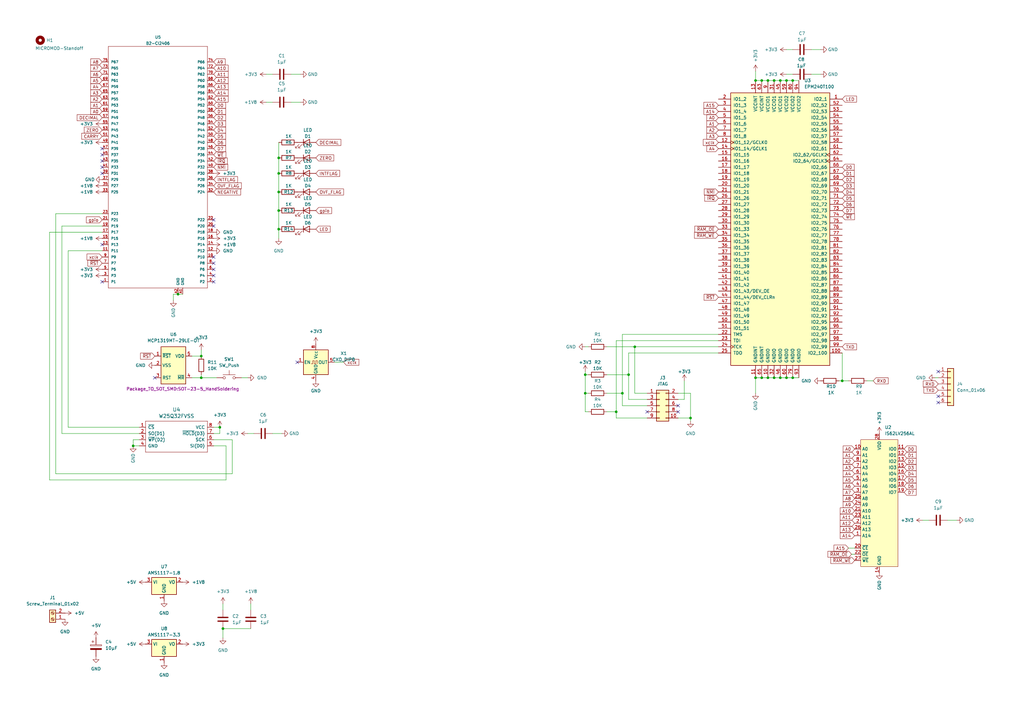
<source format=kicad_sch>
(kicad_sch (version 20231120) (generator "eeschema") (generator_version "8.0")
  (paper "A3")
  (junction (at 252.73 168.91))
  (junction (at 260.35 142.24))
  (junction (at 240.03 153.67))
  (junction (at 314.96 154.94))
  (junction (at 257.81 153.67))
  (junction (at 114.3 93.98))
  (junction (at 309.88 33.02))
  (junction (at 322.58 33.02))
  (junction (at 320.04 154.94))
  (junction (at 91.44 257.81))
  (junction (at 114.3 64.77))
  (junction (at 73.025 120.65))
  (junction (at 345.44 156.21))
  (junction (at 309.88 154.94))
  (junction (at 283.21 171.45))
  (junction (at 82.55 146.05))
  (junction (at 317.5 33.02))
  (junction (at 255.27 161.29))
  (junction (at 240.03 161.29))
  (junction (at 54.61 182.88))
  (junction (at 114.3 86.36))
  (junction (at 114.3 78.74))
  (junction (at 325.12 154.94))
  (junction (at 317.5 154.94))
  (junction (at 322.58 154.94))
  (junction (at 90.17 175.26))
  (junction (at 82.55 154.94))
  (junction (at 320.04 33.02))
  (junction (at 312.42 33.02))
  (junction (at 114.3 71.12))
  (junction (at 314.96 33.02))
  (junction (at 325.12 33.02))
  (junction (at 312.42 154.94))
  (no_connect (at 87.63 90.17))
  (no_connect (at 278.13 168.91))
  (no_connect (at 384.81 162.56))
  (no_connect (at 87.63 92.71))
  (no_connect (at 87.63 110.49))
  (no_connect (at 87.63 115.57))
  (no_connect (at 41.91 68.58))
  (no_connect (at 87.63 105.41))
  (no_connect (at 87.63 113.03))
  (no_connect (at 41.91 71.12))
  (no_connect (at 87.63 107.95))
  (no_connect (at 41.91 100.33))
  (no_connect (at 384.81 152.4))
  (no_connect (at 384.81 165.1))
  (no_connect (at 265.43 168.91))
  (no_connect (at 278.13 166.37))
  (no_connect (at 41.91 115.57))
  (no_connect (at 41.91 63.5))
  (no_connect (at 121.92 148.59))
  (no_connect (at 63.5 154.94))
  (no_connect (at 41.91 66.04))
  (no_connect (at 41.91 60.96))
  (wire (pts (xy 255.27 137.16) (xy 255.27 161.29)))
  (wire (pts (xy 91.44 247.65) (xy 91.44 250.19)))
  (wire (pts (xy 74.93 120.65) (xy 73.025 120.65)))
  (wire (pts (xy 260.35 161.29) (xy 265.43 161.29)))
  (wire (pts (xy 322.58 30.48) (xy 325.12 30.48)))
  (wire (pts (xy 257.81 144.78) (xy 257.81 153.67)))
  (wire (pts (xy 114.3 64.77) (xy 114.3 71.12)))
  (wire (pts (xy 114.3 78.74) (xy 114.3 86.36)))
  (wire (pts (xy 114.3 93.98) (xy 114.3 97.79)))
  (wire (pts (xy 240.03 153.67) (xy 241.3 153.67)))
  (wire (pts (xy 20.32 196.85) (xy 92.71 196.85)))
  (wire (pts (xy 54.61 182.88) (xy 57.15 182.88)))
  (wire (pts (xy 283.21 161.29) (xy 283.21 171.45)))
  (wire (pts (xy 294.64 139.7) (xy 252.73 139.7)))
  (wire (pts (xy 345.44 156.21) (xy 344.17 156.21)))
  (wire (pts (xy 345.44 144.78) (xy 345.44 156.21)))
  (wire (pts (xy 240.03 142.24) (xy 241.3 142.24)))
  (wire (pts (xy 109.22 30.48) (xy 111.76 30.48)))
  (wire (pts (xy 22.86 87.63) (xy 41.91 87.63)))
  (wire (pts (xy 347.98 224.79) (xy 350.52 224.79)))
  (wire (pts (xy 294.64 137.16) (xy 255.27 137.16)))
  (wire (pts (xy 27.94 102.87) (xy 41.91 102.87)))
  (wire (pts (xy 90.17 177.8) (xy 90.17 175.26)))
  (wire (pts (xy 114.3 58.42) (xy 114.3 64.77)))
  (wire (pts (xy 260.35 142.24) (xy 260.35 161.29)))
  (wire (pts (xy 294.64 144.78) (xy 257.81 144.78)))
  (wire (pts (xy 241.3 168.91) (xy 240.03 168.91)))
  (wire (pts (xy 119.38 41.91) (xy 123.19 41.91)))
  (wire (pts (xy 280.67 156.21) (xy 280.67 163.83)))
  (wire (pts (xy 248.92 168.91) (xy 252.73 168.91)))
  (wire (pts (xy 332.74 30.48) (xy 336.55 30.48)))
  (wire (pts (xy 99.06 154.94) (xy 101.6 154.94)))
  (wire (pts (xy 82.55 154.94) (xy 88.9 154.94)))
  (wire (pts (xy 87.63 180.34) (xy 95.25 180.34)))
  (wire (pts (xy 314.96 154.94) (xy 312.42 154.94)))
  (wire (pts (xy 312.42 154.94) (xy 309.88 154.94)))
  (wire (pts (xy 57.15 177.8) (xy 25.4 177.8)))
  (wire (pts (xy 25.4 177.8) (xy 25.4 92.71)))
  (wire (pts (xy 317.5 33.02) (xy 314.96 33.02)))
  (wire (pts (xy 71.12 120.65) (xy 71.12 123.19)))
  (wire (pts (xy 22.86 194.31) (xy 22.86 87.63)))
  (wire (pts (xy 57.15 180.34) (xy 54.61 180.34)))
  (wire (pts (xy 109.22 41.91) (xy 111.76 41.91)))
  (wire (pts (xy 280.67 163.83) (xy 278.13 163.83)))
  (wire (pts (xy 240.03 152.4) (xy 240.03 153.67)))
  (wire (pts (xy 82.55 154.94) (xy 78.74 154.94)))
  (wire (pts (xy 248.92 161.29) (xy 255.27 161.29)))
  (wire (pts (xy 314.96 33.02) (xy 312.42 33.02)))
  (wire (pts (xy 114.3 71.12) (xy 114.3 78.74)))
  (wire (pts (xy 240.03 161.29) (xy 240.03 153.67)))
  (wire (pts (xy 82.55 153.67) (xy 82.55 154.94)))
  (wire (pts (xy 137.16 148.59) (xy 140.97 148.59)))
  (wire (pts (xy 378.46 213.36) (xy 381 213.36)))
  (wire (pts (xy 278.13 161.29) (xy 283.21 161.29)))
  (wire (pts (xy 322.58 20.32) (xy 325.12 20.32)))
  (wire (pts (xy 322.58 33.02) (xy 320.04 33.02)))
  (wire (pts (xy 90.17 175.26) (xy 87.63 175.26)))
  (wire (pts (xy 255.27 161.29) (xy 255.27 166.37)))
  (wire (pts (xy 114.3 86.36) (xy 114.3 93.98)))
  (wire (pts (xy 111.76 177.8) (xy 115.57 177.8)))
  (wire (pts (xy 252.73 171.45) (xy 265.43 171.45)))
  (wire (pts (xy 95.25 194.31) (xy 22.86 194.31)))
  (wire (pts (xy 255.27 166.37) (xy 265.43 166.37)))
  (wire (pts (xy 92.71 196.85) (xy 92.71 182.88)))
  (wire (pts (xy 317.5 154.94) (xy 314.96 154.94)))
  (wire (pts (xy 73.025 120.65) (xy 71.12 120.65)))
  (wire (pts (xy 57.15 175.26) (xy 27.94 175.26)))
  (wire (pts (xy 241.3 161.29) (xy 240.03 161.29)))
  (wire (pts (xy 345.44 156.21) (xy 347.98 156.21)))
  (wire (pts (xy 92.71 182.88) (xy 87.63 182.88)))
  (wire (pts (xy 327.66 154.94) (xy 325.12 154.94)))
  (wire (pts (xy 283.21 171.45) (xy 278.13 171.45)))
  (wire (pts (xy 283.21 171.45) (xy 283.21 172.72)))
  (wire (pts (xy 25.4 92.71) (xy 41.91 92.71)))
  (wire (pts (xy 119.38 30.48) (xy 123.19 30.48)))
  (wire (pts (xy 102.87 257.81) (xy 91.44 257.81)))
  (wire (pts (xy 257.81 153.67) (xy 257.81 163.83)))
  (wire (pts (xy 325.12 33.02) (xy 322.58 33.02)))
  (wire (pts (xy 252.73 139.7) (xy 252.73 168.91)))
  (wire (pts (xy 27.94 175.26) (xy 27.94 102.87)))
  (wire (pts (xy 54.61 180.34) (xy 54.61 182.88)))
  (wire (pts (xy 41.91 95.25) (xy 20.32 95.25)))
  (wire (pts (xy 101.6 177.8) (xy 104.14 177.8)))
  (wire (pts (xy 320.04 33.02) (xy 317.5 33.02)))
  (wire (pts (xy 327.66 33.02) (xy 325.12 33.02)))
  (wire (pts (xy 350.52 227.33) (xy 349.25 227.33)))
  (wire (pts (xy 248.92 153.67) (xy 257.81 153.67)))
  (wire (pts (xy 388.62 213.36) (xy 392.43 213.36)))
  (wire (pts (xy 383.54 154.94) (xy 384.81 154.94)))
  (wire (pts (xy 248.92 142.24) (xy 260.35 142.24)))
  (wire (pts (xy 87.63 177.8) (xy 90.17 177.8)))
  (wire (pts (xy 320.04 154.94) (xy 317.5 154.94)))
  (wire (pts (xy 82.55 143.51) (xy 82.55 146.05)))
  (wire (pts (xy 240.03 168.91) (xy 240.03 161.29)))
  (wire (pts (xy 322.58 154.94) (xy 320.04 154.94)))
  (wire (pts (xy 332.74 20.32) (xy 336.55 20.32)))
  (wire (pts (xy 252.73 168.91) (xy 252.73 171.45)))
  (wire (pts (xy 309.88 33.02) (xy 309.88 29.21)))
  (wire (pts (xy 20.32 95.25) (xy 20.32 196.85)))
  (wire (pts (xy 355.6 156.21) (xy 358.14 156.21)))
  (wire (pts (xy 294.64 142.24) (xy 260.35 142.24)))
  (wire (pts (xy 95.25 180.34) (xy 95.25 194.31)))
  (wire (pts (xy 325.12 154.94) (xy 322.58 154.94)))
  (wire (pts (xy 257.81 163.83) (xy 265.43 163.83)))
  (wire (pts (xy 309.88 154.94) (xy 309.88 161.29)))
  (wire (pts (xy 312.42 33.02) (xy 309.88 33.02)))
  (wire (pts (xy 102.87 247.65) (xy 102.87 250.19)))
  (wire (pts (xy 91.44 257.81) (xy 91.44 261.62)))
  (wire (pts (xy 82.55 146.05) (xy 78.74 146.05)))
  (global_label "A9" (shape input) (at 350.52 207.01 180) (property "Intersheetrefs" "${INTERSHEET_REFS}" (effects (hide yes))))
  (global_label "A3" (shape input) (at 41.91 38.1 180) (property "Intersheetrefs" "${INTERSHEET_REFS}" (effects (hide yes))))
  (global_label "A10" (shape input) (at 87.63 27.94 0) (property "Intersheetrefs" "${INTERSHEET_REFS}" (effects (hide yes))))
  (global_label "~{RAM_OE}" (shape input) (at 349.25 227.33 180) (property "Intersheetrefs" "${INTERSHEET_REFS}" (effects (hide yes))))
  (global_label "DECIMAL" (shape input) (at 129.54 58.42 0) (property "Intersheetrefs" "${INTERSHEET_REFS}" (effects (hide yes))))
  (global_label "xclk" (shape input) (at 140.97 148.59 0) (property "Intersheetrefs" "${INTERSHEET_REFS}" (effects (hide yes))))
  (global_label "xclk" (shape input) (at 41.91 105.41 180) (property "Intersheetrefs" "${INTERSHEET_REFS}" (effects (hide yes))))
  (global_label "A8" (shape input) (at 41.91 25.4 180) (property "Intersheetrefs" "${INTERSHEET_REFS}" (effects (hide yes))))
  (global_label "A14" (shape input) (at 294.64 45.72 180) (property "Intersheetrefs" "${INTERSHEET_REFS}" (effects (hide yes))))
  (global_label "D1" (shape input) (at 345.44 71.12 0) (property "Intersheetrefs" "${INTERSHEET_REFS}" (effects (hide yes))))
  (global_label "~{WE}" (shape input) (at 87.63 63.5 0) (property "Intersheetrefs" "${INTERSHEET_REFS}" (effects (hide yes))))
  (global_label "TXD" (shape input) (at 345.44 142.24 0) (property "Intersheetrefs" "${INTERSHEET_REFS}" (effects (hide yes))))
  (global_label "~{NMI}" (shape input) (at 294.64 78.74 180) (property "Intersheetrefs" "${INTERSHEET_REFS}" (effects (hide yes))))
  (global_label "~{RAM_WE}" (shape input) (at 294.64 96.52 180) (property "Intersheetrefs" "${INTERSHEET_REFS}" (effects (hide yes))))
  (global_label "D2" (shape input) (at 370.84 189.23 0) (property "Intersheetrefs" "${INTERSHEET_REFS}" (effects (hide yes))))
  (global_label "D7" (shape input) (at 370.84 201.93 0) (property "Intersheetrefs" "${INTERSHEET_REFS}" (effects (hide yes))))
  (global_label "D0" (shape input) (at 345.44 68.58 0) (property "Intersheetrefs" "${INTERSHEET_REFS}" (effects (hide yes))))
  (global_label "A12" (shape input) (at 87.63 33.02 0) (property "Intersheetrefs" "${INTERSHEET_REFS}" (effects (hide yes))))
  (global_label "D3" (shape input) (at 345.44 76.2 0) (property "Intersheetrefs" "${INTERSHEET_REFS}" (effects (hide yes))))
  (global_label "INTFLAG" (shape input) (at 129.54 71.12 0) (property "Intersheetrefs" "${INTERSHEET_REFS}" (effects (hide yes))))
  (global_label "A15" (shape input) (at 294.64 43.18 180) (property "Intersheetrefs" "${INTERSHEET_REFS}" (effects (hide yes))))
  (global_label "A5" (shape input) (at 350.52 196.85 180) (property "Intersheetrefs" "${INTERSHEET_REFS}" (effects (hide yes))))
  (global_label "gpio" (shape input) (at 41.91 90.17 180) (property "Intersheetrefs" "${INTERSHEET_REFS}" (effects (hide yes))))
  (global_label "D7" (shape input) (at 87.63 60.96 0) (property "Intersheetrefs" "${INTERSHEET_REFS}" (effects (hide yes))))
  (global_label "A2" (shape input) (at 294.64 53.34 180) (property "Intersheetrefs" "${INTERSHEET_REFS}" (effects (hide yes))))
  (global_label "D5" (shape input) (at 87.63 55.88 0) (property "Intersheetrefs" "${INTERSHEET_REFS}" (effects (hide yes))))
  (global_label "DECIMAL" (shape input) (at 41.91 48.26 180) (property "Intersheetrefs" "${INTERSHEET_REFS}" (effects (hide yes))))
  (global_label "A4" (shape input) (at 350.52 194.31 180) (property "Intersheetrefs" "${INTERSHEET_REFS}" (effects (hide yes))))
  (global_label "A2" (shape input) (at 41.91 40.64 180) (property "Intersheetrefs" "${INTERSHEET_REFS}" (effects (hide yes))))
  (global_label "INTFLAG" (shape input) (at 87.63 73.66 0) (property "Intersheetrefs" "${INTERSHEET_REFS}" (effects (hide yes))))
  (global_label "A1" (shape input) (at 41.91 43.18 180) (property "Intersheetrefs" "${INTERSHEET_REFS}" (effects (hide yes))))
  (global_label "D0" (shape input) (at 370.84 184.15 0) (property "Intersheetrefs" "${INTERSHEET_REFS}" (effects (hide yes))))
  (global_label "ZERO" (shape input) (at 41.91 53.34 180) (property "Intersheetrefs" "${INTERSHEET_REFS}" (effects (hide yes))))
  (global_label "D0" (shape input) (at 87.63 43.18 0) (property "Intersheetrefs" "${INTERSHEET_REFS}" (effects (hide yes))))
  (global_label "~{IRQ}" (shape input) (at 87.63 66.04 0) (property "Intersheetrefs" "${INTERSHEET_REFS}" (effects (hide yes))))
  (global_label "A3" (shape input) (at 294.64 55.88 180) (property "Intersheetrefs" "${INTERSHEET_REFS}" (effects (hide yes))))
  (global_label "TXD" (shape input) (at 384.81 160.02 180) (property "Intersheetrefs" "${INTERSHEET_REFS}" (effects (hide yes))))
  (global_label "A6" (shape input) (at 41.91 30.48 180) (property "Intersheetrefs" "${INTERSHEET_REFS}" (effects (hide yes))))
  (global_label "ZERO" (shape input) (at 129.54 64.77 0) (property "Intersheetrefs" "${INTERSHEET_REFS}" (effects (hide yes))))
  (global_label "OVF_FLAG" (shape input) (at 129.54 78.74 0) (property "Intersheetrefs" "${INTERSHEET_REFS}" (effects (hide yes))))
  (global_label "A3" (shape input) (at 350.52 191.77 180) (property "Intersheetrefs" "${INTERSHEET_REFS}" (effects (hide yes))))
  (global_label "D2" (shape input) (at 87.63 48.26 0) (property "Intersheetrefs" "${INTERSHEET_REFS}" (effects (hide yes))))
  (global_label "A6" (shape input) (at 350.52 199.39 180) (property "Intersheetrefs" "${INTERSHEET_REFS}" (effects (hide yes))))
  (global_label "gpio" (shape input) (at 129.54 86.36 0) (property "Intersheetrefs" "${INTERSHEET_REFS}" (effects (hide yes))))
  (global_label "A0" (shape input) (at 41.91 45.72 180) (property "Intersheetrefs" "${INTERSHEET_REFS}" (effects (hide yes))))
  (global_label "NEGATIVE" (shape input) (at 87.63 78.74 0) (property "Intersheetrefs" "${INTERSHEET_REFS}" (effects (hide yes))))
  (global_label "~{RST}" (shape input) (at 41.91 107.95 180) (property "Intersheetrefs" "${INTERSHEET_REFS}" (effects (hide yes))))
  (global_label "A7" (shape input) (at 41.91 27.94 180) (property "Intersheetrefs" "${INTERSHEET_REFS}" (effects (hide yes))))
  (global_label "LED" (shape input) (at 345.44 40.64 0) (property "Intersheetrefs" "${INTERSHEET_REFS}" (effects (hide yes))))
  (global_label "A15" (shape input) (at 87.63 40.64 0) (property "Intersheetrefs" "${INTERSHEET_REFS}" (effects (hide yes))))
  (global_label "LED" (shape input) (at 129.54 93.98 0) (property "Intersheetrefs" "${INTERSHEET_REFS}" (effects (hide yes))))
  (global_label "A14" (shape input) (at 87.63 38.1 0) (property "Intersheetrefs" "${INTERSHEET_REFS}" (effects (hide yes))))
  (global_label "A11" (shape input) (at 350.52 212.09 180) (property "Intersheetrefs" "${INTERSHEET_REFS}" (effects (hide yes))))
  (global_label "A2" (shape input) (at 350.52 189.23 180) (property "Intersheetrefs" "${INTERSHEET_REFS}" (effects (hide yes))))
  (global_label "~{RST}" (shape input) (at 294.64 121.92 180) (property "Intersheetrefs" "${INTERSHEET_REFS}" (effects (hide yes))))
  (global_label "A1" (shape input) (at 294.64 50.8 180) (property "Intersheetrefs" "${INTERSHEET_REFS}" (effects (hide yes))))
  (global_label "A7" (shape input) (at 350.52 201.93 180) (property "Intersheetrefs" "${INTERSHEET_REFS}" (effects (hide yes))))
  (global_label "A15" (shape input) (at 347.98 224.79 180) (property "Intersheetrefs" "${INTERSHEET_REFS}" (effects (hide yes))))
  (global_label "A10" (shape input) (at 350.52 209.55 180) (property "Intersheetrefs" "${INTERSHEET_REFS}" (effects (hide yes))))
  (global_label "A13" (shape input) (at 350.52 217.17 180) (property "Intersheetrefs" "${INTERSHEET_REFS}" (effects (hide yes))))
  (global_label "A14" (shape input) (at 350.52 219.71 180) (property "Intersheetrefs" "${INTERSHEET_REFS}" (effects (hide yes))))
  (global_label "~{IRQ}" (shape input) (at 294.64 81.28 180) (property "Intersheetrefs" "${INTERSHEET_REFS}" (effects (hide yes))))
  (global_label "~{RAM_WE}" (shape input) (at 350.52 229.87 180) (property "Intersheetrefs" "${INTERSHEET_REFS}" (effects (hide yes))))
  (global_label "D6" (shape input) (at 345.44 83.82 0) (property "Intersheetrefs" "${INTERSHEET_REFS}" (effects (hide yes))))
  (global_label "~{NMI}" (shape input) (at 87.63 68.58 0) (property "Intersheetrefs" "${INTERSHEET_REFS}" (effects (hide yes))))
  (global_label "D4" (shape input) (at 345.44 78.74 0) (property "Intersheetrefs" "${INTERSHEET_REFS}" (effects (hide yes))))
  (global_label "D5" (shape input) (at 345.44 81.28 0) (property "Intersheetrefs" "${INTERSHEET_REFS}" (effects (hide yes))))
  (global_label "A0" (shape input) (at 294.64 48.26 180) (property "Intersheetrefs" "${INTERSHEET_REFS}" (effects (hide yes))))
  (global_label "A13" (shape input) (at 87.63 35.56 0) (property "Intersheetrefs" "${INTERSHEET_REFS}" (effects (hide yes))))
  (global_label "A11" (shape input) (at 87.63 30.48 0) (property "Intersheetrefs" "${INTERSHEET_REFS}" (effects (hide yes))))
  (global_label "D5" (shape input) (at 370.84 196.85 0) (property "Intersheetrefs" "${INTERSHEET_REFS}" (effects (hide yes))))
  (global_label "D4" (shape input) (at 87.63 53.34 0) (property "Intersheetrefs" "${INTERSHEET_REFS}" (effects (hide yes))))
  (global_label "A9" (shape input) (at 87.63 25.4 0) (property "Intersheetrefs" "${INTERSHEET_REFS}" (effects (hide yes))))
  (global_label "A4" (shape input) (at 41.91 35.56 180) (property "Intersheetrefs" "${INTERSHEET_REFS}" (effects (hide yes))))
  (global_label "A0" (shape input) (at 350.52 184.15 180) (property "Intersheetrefs" "${INTERSHEET_REFS}" (effects (hide yes))))
  (global_label "A4" (shape input) (at 294.64 60.96 180) (property "Intersheetrefs" "${INTERSHEET_REFS}" (effects (hide yes))))
  (global_label "CARRY" (shape input) (at 41.91 55.88 180) (property "Intersheetrefs" "${INTERSHEET_REFS}" (effects (hide yes))))
  (global_label "D3" (shape input) (at 87.63 50.8 0) (property "Intersheetrefs" "${INTERSHEET_REFS}" (effects (hide yes))))
  (global_label "D1" (shape input) (at 87.63 45.72 0) (property "Intersheetrefs" "${INTERSHEET_REFS}" (effects (hide yes))))
  (global_label "RXD" (shape input) (at 384.81 157.48 180) (property "Intersheetrefs" "${INTERSHEET_REFS}" (effects (hide yes))))
  (global_label "D1" (shape input) (at 370.84 186.69 0) (property "Intersheetrefs" "${INTERSHEET_REFS}" (effects (hide yes))))
  (global_label "RXD" (shape input) (at 358.14 156.21 0) (property "Intersheetrefs" "${INTERSHEET_REFS}" (effects (hide yes))))
  (global_label "A1" (shape input) (at 350.52 186.69 180) (property "Intersheetrefs" "${INTERSHEET_REFS}" (effects (hide yes))))
  (global_label "~{WE}" (shape input) (at 345.44 88.9 0) (property "Intersheetrefs" "${INTERSHEET_REFS}" (effects (hide yes))))
  (global_label "OVF_FLAG" (shape input) (at 87.63 76.2 0) (property "Intersheetrefs" "${INTERSHEET_REFS}" (effects (hide yes))))
  (global_label "A8" (shape input) (at 350.52 204.47 180) (property "Intersheetrefs" "${INTERSHEET_REFS}" (effects (hide yes))))
  (global_label "D6" (shape input) (at 370.84 199.39 0) (property "Intersheetrefs" "${INTERSHEET_REFS}" (effects (hide yes))))
  (global_label "A12" (shape input) (at 350.52 214.63 180) (property "Intersheetrefs" "${INTERSHEET_REFS}" (effects (hide yes))))
  (global_label "D6" (shape input) (at 87.63 58.42 0) (property "Intersheetrefs" "${INTERSHEET_REFS}" (effects (hide yes))))
  (global_label "xclk" (shape input) (at 294.64 58.42 180) (property "Intersheetrefs" "${INTERSHEET_REFS}" (effects (hide yes))))
  (global_label "D3" (shape input) (at 370.84 191.77 0) (property "Intersheetrefs" "${INTERSHEET_REFS}" (effects (hide yes))))
  (global_label "D7" (shape input) (at 345.44 86.36 0) (property "Intersheetrefs" "${INTERSHEET_REFS}" (effects (hide yes))))
  (global_label "D2" (shape input) (at 345.44 73.66 0) (property "Intersheetrefs" "${INTERSHEET_REFS}" (effects (hide yes))))
  (global_label "~{RST}" (shape input) (at 63.5 146.05 180) (property "Intersheetrefs" "${INTERSHEET_REFS}" (effects (hide yes))))
  (global_label "A5" (shape input) (at 41.91 33.02 180) (property "Intersheetrefs" "${INTERSHEET_REFS}" (effects (hide yes))))
  (global_label "D4" (shape input) (at 370.84 194.31 0) (property "Intersheetrefs" "${INTERSHEET_REFS}" (effects (hide yes))))
  (global_label "~{RAM_OE}" (shape input) (at 294.64 93.98 180) (property "Intersheetrefs" "${INTERSHEET_REFS}" (effects (hide yes))))
  (symbol (lib_id "Device:R") (at 118.11 86.36 270) (unit 1)
    (property "Reference" "R13" (at 118.364 86.36 90))
    (property "Value" "1K" (at 118.364 83.82 90))
    (property "Footprint" "Resistor_SMD:R_1206_3216Metric_Pad1.30x1.75mm_HandSolder" (effects (hide yes)))
  )
  (symbol (lib_id "power:GND") (at 91.44 261.62 0) (unit 1)
    (property "Reference" "#PWR042" (effects (hide yes)))
    (property "Value" "GND" (at 91.44 266.7 0))
    (property "Description" "Power symbol creates a global label with name \"GND\" , ground" (effects (hide yes)))
  )
  (symbol (lib_id "Connector:Screw_Terminal_01x02") (at 21.59 254 180) (unit 1)
    (property "Reference" "J1" (at 21.59 245.11 0))
    (property "Value" "Screw_Terminal_01x02" (at 21.59 247.65 0))
    (property "Footprint" "TerminalBlock:TerminalBlock_bornier-2_P5.08mm" (effects (hide yes)))
    (property "Description" "Generic screw terminal, single row, 01x02, script generated (kicad-library-utils/schlib/autogen/connector/)" (effects (hide yes)))
  )
  (symbol (lib_id "power:GND") (at 54.61 182.88 0) (unit 1)
    (property "Reference" "#PWR024" (effects (hide yes)))
    (property "Value" "GND" (at 54.61 187.96 90))
    (property "Sim.Device" "V" (effects (hide yes)))
    (property "Sim.Type" "DC" (effects (hide yes)))
    (property "Sim.Pins" "1=+" (effects (hide yes)))
    (property "Sim.Params" "dc=0" (effects (hide yes)))
  )
  (symbol (lib_id "power:GND") (at 115.57 177.8 90) (unit 1)
    (property "Reference" "#PWR050" (effects (hide yes)))
    (property "Value" "GND" (at 120.65 177.8 90))
    (property "Sim.Device" "V" (effects (hide yes)))
    (property "Sim.Type" "DC" (effects (hide yes)))
    (property "Sim.Pins" "1=+" (effects (hide yes)))
    (property "Sim.Params" "dc=0" (effects (hide yes)))
  )
  (symbol (lib_id "power:GND") (at 87.63 95.25 90) (unit 1)
    (property "Reference" "#PWR08" (effects (hide yes)))
    (property "Value" "GND" (at 91.44 95.2499 90) (effects (justify right)))
    (property "Description" "Power symbol creates a global label with name \"GND\" , ground" (effects (hide yes)))
  )
  (symbol (lib_id "Caravel_board:W25Q32FVSS") (at 72.39 177.8 0) (unit 1)
    (property "Reference" "U4" (at 72.39 167.9956 0) (effects (font (size 1.4986 1.4986))))
    (property "Value" "W25Q32FVSS" (at 72.39 170.6626 0) (effects (font (size 1.4986 1.4986))))
    (property "Footprint" "Package_DIP:DIP-8_W7.62mm" (effects (hide yes)))
    (property "Part #" "W25Q32JVSSIQ" (effects (hide yes)))
  )
  (symbol (lib_id "power:+3V3") (at 280.67 156.21 0) (unit 1)
    (property "Reference" "#PWR020" (effects (hide yes)))
    (property "Value" "+3V3" (at 280.67 152.4 0))
  )
  (symbol (lib_id "Connector_Generic:Conn_02x05_Odd_Even") (at 270.51 166.37 0) (unit 1)
    (property "Reference" "J3" (at 271.78 154.94 0))
    (property "Value" "JTAG" (at 271.78 157.48 0))
    (property "Footprint" "Connector_PinHeader_2.54mm:PinHeader_2x05_P2.54mm_Vertical" (effects (hide yes)))
  )
  (symbol (lib_id "power:GND") (at 114.3 97.79 0) (unit 1)
    (property "Reference" "#PWR028" (effects (hide yes)))
    (property "Value" "GND" (at 114.3 102.87 0))
    (property "Sim.Device" "V" (effects (hide yes)))
    (property "Sim.Type" "DC" (effects (hide yes)))
    (property "Sim.Pins" "1=+" (effects (hide yes)))
    (property "Sim.Params" "dc=0" (effects (hide yes)))
  )
  (symbol (lib_id "power:+3V3") (at 360.68 177.8 0) (unit 1)
    (property "Reference" "#PWR014" (effects (hide yes)))
    (property "Value" "+3V3" (at 360.68 171.45 90))
    (property "Sim.Device" "V" (effects (hide yes)))
    (property "Sim.Type" "DC" (effects (hide yes)))
    (property "Sim.Pins" "1=+" (effects (hide yes)))
    (property "Sim.Params" "dc=3.3" (effects (hide yes)))
  )
  (symbol (lib_id "power:GND") (at 63.5 149.86 270) (unit 1)
    (property "Reference" "#PWR032" (effects (hide yes)))
    (property "Value" "GND" (at 59.69 149.8599 90) (effects (justify right)))
    (property "Description" "Power symbol creates a global label with name \"GND\" , ground" (effects (hide yes)))
  )
  (symbol (lib_id "Device:R") (at 82.55 149.86 180) (unit 1)
    (property "Reference" "R11" (at 85.09 148.59 0) (effects (justify right)))
    (property "Value" "10K" (at 85.09 151.13 0) (effects (justify right)))
    (property "Footprint" "Resistor_SMD:R_1206_3216Metric_Pad1.30x1.75mm_HandSolder" (effects (hide yes)))
  )
  (symbol (lib_id "power:GND") (at 67.31 246.38 0) (unit 1)
    (property "Reference" "#PWR037" (effects (hide yes)))
    (property "Value" "GND" (at 67.31 251.46 0))
    (property "Description" "Power symbol creates a global label with name \"GND\" , ground" (effects (hide yes)))
  )
  (symbol (lib_id "power:+3V3") (at 91.44 247.65 0) (unit 1)
    (property "Reference" "#PWR044" (effects (hide yes)))
    (property "Value" "+3V3" (at 91.44 242.57 0))
    (property "Description" "Power symbol creates a global label with name \"+3V3\"" (effects (hide yes)))
  )
  (symbol (lib_id "power:+1V8") (at 87.63 100.33 270) (unit 1)
    (property "Reference" "#PWR010" (effects (hide yes)))
    (property "Value" "+1V8" (at 91.44 100.3299 90) (effects (justify left)))
    (property "Description" "Power symbol creates a global label with name \"+1V8\"" (effects (hide yes)))
  )
  (symbol (lib_id "power:+3V3") (at 41.91 50.8 90) (unit 1)
    (property "Reference" "#PWR051" (effects (hide yes)))
    (property "Value" "+3V3" (at 38.1 50.7999 90) (effects (justify left)))
    (property "Description" "Power symbol creates a global label with name \"+3V3\"" (effects (hide yes)))
  )
  (symbol (lib_id "power:GND") (at 392.43 213.36 90) (unit 1)
    (property "Reference" "#PWR060" (effects (hide yes)))
    (property "Value" "GND" (at 397.51 213.36 90))
    (property "Sim.Device" "V" (effects (hide yes)))
    (property "Sim.Type" "DC" (effects (hide yes)))
    (property "Sim.Pins" "1=+" (effects (hide yes)))
    (property "Sim.Params" "dc=0" (effects (hide yes)))
  )
  (symbol (lib_id "Device:R") (at 245.11 153.67 270) (unit 1)
    (property "Reference" "R2" (at 245.11 148.59 90))
    (property "Value" "10K" (at 245.11 151.13 90))
    (property "Footprint" "Resistor_SMD:R_1206_3216Metric_Pad1.30x1.75mm_HandSolder" (effects (hide yes)))
  )
  (symbol (lib_id "Device:R") (at 118.11 93.98 270) (unit 1)
    (property "Reference" "R14" (at 118.364 93.98 90))
    (property "Value" "1K" (at 118.364 91.44 90))
    (property "Footprint" "Resistor_SMD:R_1206_3216Metric_Pad1.30x1.75mm_HandSolder" (effects (hide yes)))
  )
  (symbol (lib_id "power:GND") (at 129.54 156.21 0) (unit 1)
    (property "Reference" "#PWR054" (effects (hide yes)))
    (property "Value" "GND" (at 129.54 160.274 0))
    (property "Description" "Power symbol creates a global label with name \"GND\" , ground" (effects (hide yes)))
  )
  (symbol (lib_id "Device:R") (at 118.11 71.12 270) (unit 1)
    (property "Reference" "R8" (at 118.364 71.12 90))
    (property "Value" "1K" (at 118.364 68.58 90))
    (property "Footprint" "Resistor_SMD:R_1206_3216Metric_Pad1.30x1.75mm_HandSolder" (effects (hide yes)))
  )
  (symbol (lib_id "power:+5V") (at 26.67 251.46 270) (unit 1)
    (property "Reference" "#PWR040" (effects (hide yes)))
    (property "Value" "+5V" (at 30.48 251.4599 90) (effects (justify left)))
    (property "Description" "Power symbol creates a global label with name \"+5V\"" (effects (hide yes)))
  )
  (symbol (lib_id "Device:R") (at 118.11 58.42 270) (unit 1)
    (property "Reference" "R6" (at 118.364 58.42 90))
    (property "Value" "1K" (at 118.364 55.88 90))
    (property "Footprint" "Resistor_SMD:R_1206_3216Metric_Pad1.30x1.75mm_HandSolder" (effects (hide yes)))
  )
  (symbol (lib_id "MicroMod-Sparkfun:MICROMOD-Standoff") (at 16.51 16.51 0) (unit 1)
    (property "Reference" "H1" (at 19.05 16.51 0) (effects (justify left)))
    (property "Value" "MICROMOD-Standoff" (at 14.478 19.812 0) (effects (justify left)))
    (property "Footprint" "MicroMod-Sparkfun:MicroMod-Standoff" (effects (hide yes)))
  )
  (symbol (lib_id "power:+1V8") (at 41.91 78.74 90) (unit 1)
    (property "Reference" "#PWR07" (effects (hide yes)))
    (property "Value" "+1V8" (at 38.1 78.7399 90) (effects (justify left)))
    (property "Description" "Power symbol creates a global label with name \"+1V8\"" (effects (hide yes)))
  )
  (symbol (lib_id "MicroMod-Sparkfun:M.2-CONNECTOR-E") (at 64.77 72.39 0) (unit 1)
    (property "Reference" "U5" (at 64.77 15.24 0) (effects (font (size 1.143 1.143))))
    (property "Value" "B2-CI2406" (at 64.77 17.78 0) (effects (font (size 1.143 1.143))))
    (property "Footprint" "MicroMod-Sparkfun:M.2-CONNECTOR-E" (effects (hide yes)))
    (property "Datasheet" "https://avalonsemiconductors.github.io/CI2406/as1802.html" (effects (hide yes)))
  )
  (symbol (lib_id "Device:C") (at 107.95 177.8 90) (unit 1)
    (property "Reference" "C6" (at 107.95 170.18 90))
    (property "Value" "1µF" (at 107.95 172.72 90))
    (property "Footprint" "Capacitor_SMD:C_0805_2012Metric_Pad1.18x1.45mm_HandSolder" (effects (hide yes)))
  )
  (symbol (lib_id "Device:LED") (at 125.73 71.12 0) (unit 1)
    (property "Reference" "D3" (at 126.238 68.58 0))
    (property "Value" "LED" (at 126.238 66.04 0))
    (property "Footprint" "LED_SMD:LED_1206_3216Metric_Pad1.42x1.75mm_HandSolder" (effects (hide yes)))
  )
  (symbol (lib_id "power:+3V3") (at 82.55 143.51 0) (unit 1)
    (property "Reference" "#PWR033" (effects (hide yes)))
    (property "Value" "+3V3" (at 82.55 138.43 0))
    (property "Description" "Power symbol creates a global label with name \"+3V3\"" (effects (hide yes)))
  )
  (symbol (lib_id "power:GND") (at 41.91 73.66 270) (unit 1)
    (property "Reference" "#PWR04" (effects (hide yes)))
    (property "Value" "GND" (at 36.83 73.66 90))
    (property "Sim.Device" "V" (effects (hide yes)))
    (property "Sim.Type" "DC" (effects (hide yes)))
    (property "Sim.Pins" "1=+" (effects (hide yes)))
    (property "Sim.Params" "dc=0" (effects (hide yes)))
  )
  (symbol (lib_id "power:+5V") (at 39.37 261.62 0) (unit 1)
    (property "Reference" "#PWR045" (effects (hide yes)))
    (property "Value" "+5V" (at 39.37 256.54 0))
    (property "Description" "Power symbol creates a global label with name \"+5V\"" (effects (hide yes)))
  )
  (symbol (lib_id "power:+1V8") (at 74.93 238.76 270) (unit 1)
    (property "Reference" "#PWR036" (effects (hide yes)))
    (property "Value" "+1V8" (at 78.74 238.7599 90) (effects (justify left)))
    (property "Description" "Power symbol creates a global label with name \"+1V8\"" (effects (hide yes)))
  )
  (symbol (lib_id "power:+1V8") (at 102.87 247.65 0) (unit 1)
    (property "Reference" "#PWR043" (effects (hide yes)))
    (property "Value" "+1V8" (at 102.87 242.57 0))
    (property "Description" "Power symbol creates a global label with name \"+1V8\"" (effects (hide yes)))
  )
  (symbol (lib_id "power:GND") (at 383.54 154.94 270) (unit 1)
    (property "Reference" "#PWR029" (effects (hide yes)))
    (property "Value" "GND" (at 379.73 154.94 90) (effects (justify right)))
  )
  (symbol (lib_id "Device:C") (at 115.57 30.48 90) (unit 1)
    (property "Reference" "C1" (at 115.57 22.86 90))
    (property "Value" "1µF" (at 115.57 25.4 90))
    (property "Footprint" "Capacitor_SMD:C_0805_2012Metric_Pad1.18x1.45mm_HandSolder" (effects (hide yes)))
  )
  (symbol (lib_id "power:GND") (at 336.55 30.48 90) (unit 1)
    (property "Reference" "#PWR058" (effects (hide yes)))
    (property "Value" "GND" (at 341.63 30.48 90))
    (property "Sim.Device" "V" (effects (hide yes)))
    (property "Sim.Type" "DC" (effects (hide yes)))
    (property "Sim.Pins" "1=+" (effects (hide yes)))
    (property "Sim.Params" "dc=0" (effects (hide yes)))
  )
  (symbol (lib_id "power:+3V3") (at 109.22 30.48 90) (unit 1)
    (property "Reference" "#PWR026" (effects (hide yes)))
    (property "Value" "+3V3" (at 102.87 30.48 90))
    (property "Sim.Device" "V" (effects (hide yes)))
    (property "Sim.Type" "DC" (effects (hide yes)))
    (property "Sim.Pins" "1=+" (effects (hide yes)))
    (property "Sim.Params" "dc=3.3" (effects (hide yes)))
  )
  (symbol (lib_id "Device:R") (at 351.79 156.21 270) (unit 1)
    (property "Reference" "R9" (at 352.298 158.496 90))
    (property "Value" "1K" (at 352.298 161.036 90))
    (property "Footprint" "Resistor_SMD:R_1206_3216Metric_Pad1.30x1.75mm_HandSolder" (effects (hide yes)))
  )
  (symbol (lib_id "power:+1V8") (at 41.91 97.79 90) (unit 1)
    (property "Reference" "#PWR01" (effects (hide yes)))
    (property "Value" "+1V8" (at 38.1 97.7899 90) (effects (justify left)))
    (property "Description" "Power symbol creates a global label with name \"+1V8\"" (effects (hide yes)))
  )
  (symbol (lib_id "power:+1V8") (at 41.91 76.2 90) (unit 1)
    (property "Reference" "#PWR06" (effects (hide yes)))
    (property "Value" "+1V8" (at 38.1 76.1999 90) (effects (justify left)))
    (property "Description" "Power symbol creates a global label with name \"+1V8\"" (effects (hide yes)))
  )
  (symbol (lib_id "Device:LED") (at 125.73 58.42 0) (unit 1)
    (property "Reference" "D1" (at 126.238 55.88 0))
    (property "Value" "LED" (at 126.238 53.34 0))
    (property "Footprint" "LED_SMD:LED_1206_3216Metric_Pad1.42x1.75mm_HandSolder" (effects (hide yes)))
  )
  (symbol (lib_id "power:GND") (at 283.21 172.72 0) (unit 1)
    (property "Reference" "#PWR021" (effects (hide yes)))
    (property "Value" "GND" (at 283.21 177.8 0))
  )
  (symbol (lib_id "caravel:MCP1319MT-29LE-OT") (at 71.12 149.86 0) (unit 1)
    (property "Reference" "U6" (at 71.12 137.16 0))
    (property "Value" "MCP1319MT-29LE-OT" (at 71.12 139.7 0))
    (property "Footprint" "Package_TO_SOT_SMD:SOT-23-5_HandSoldering" (at 74.93 159.512 0))
    (property "Datasheet" "https://ww1.microchip.com/downloads/en/DeviceDoc/MCP131X-2X-Voltage-Supervisor-DS20001985E.pdf" (effects (hide yes)))
  )
  (symbol (lib_id "Connector_Generic:Conn_01x06") (at 389.89 157.48 0) (unit 1)
    (property "Reference" "J4" (at 392.43 157.48 0) (effects (justify left)))
    (property "Value" "Conn_01x06" (at 392.43 160.02 0) (effects (justify left)))
    (property "Footprint" "Connector_PinSocket_2.54mm:PinSocket_1x06_P2.54mm_Vertical" (effects (hide yes)))
  )
  (symbol (lib_id "Device:LED") (at 125.73 78.74 0) (unit 1)
    (property "Reference" "D4" (at 126.238 76.2 0))
    (property "Value" "LED" (at 126.238 73.66 0))
    (property "Footprint" "LED_SMD:LED_1206_3216Metric_Pad1.42x1.75mm_HandSolder" (effects (hide yes)))
  )
  (symbol (lib_id "power:+3V3") (at 322.58 20.32 90) (unit 1)
    (property "Reference" "#PWR055" (effects (hide yes)))
    (property "Value" "+3V3" (at 316.23 20.32 90))
    (property "Sim.Device" "V" (effects (hide yes)))
    (property "Sim.Type" "DC" (effects (hide yes)))
    (property "Sim.Pins" "1=+" (effects (hide yes)))
    (property "Sim.Params" "dc=3.3" (effects (hide yes)))
  )
  (symbol (lib_id "power:+3V3") (at 87.63 71.12 270) (unit 1)
    (property "Reference" "#PWR011" (effects (hide yes)))
    (property "Value" "+3V3" (at 93.98 71.12 90))
    (property "Sim.Device" "V" (effects (hide yes)))
    (property "Sim.Type" "DC" (effects (hide yes)))
    (property "Sim.Pins" "1=+" (effects (hide yes)))
    (property "Sim.Params" "dc=3.3" (effects (hide yes)))
  )
  (symbol (lib_id "power:+3V3") (at 87.63 97.79 270) (unit 1)
    (property "Reference" "#PWR09" (effects (hide yes)))
    (property "Value" "+3V3" (at 91.44 97.7899 90) (effects (justify left)))
    (property "Description" "Power symbol creates a global label with name \"+3V3\"" (effects (hide yes)))
  )
  (symbol (lib_id "power:GND") (at 123.19 30.48 90) (unit 1)
    (property "Reference" "#PWR027" (effects (hide yes)))
    (property "Value" "GND" (at 128.27 30.48 90))
    (property "Sim.Device" "V" (effects (hide yes)))
    (property "Sim.Type" "DC" (effects (hide yes)))
    (property "Sim.Pins" "1=+" (effects (hide yes)))
    (property "Sim.Params" "dc=0" (effects (hide yes)))
  )
  (symbol (lib_id "power:GND") (at 67.31 271.78 0) (unit 1)
    (property "Reference" "#PWR034" (effects (hide yes)))
    (property "Value" "GND" (at 67.31 276.86 0))
    (property "Description" "Power symbol creates a global label with name \"GND\" , ground" (effects (hide yes)))
  )
  (symbol (lib_id "power:+3V3") (at 129.54 140.97 0) (unit 1)
    (property "Reference" "#PWR053" (effects (hide yes)))
    (property "Value" "+3V3" (at 129.54 135.89 0))
    (property "Description" "Power symbol creates a global label with name \"+3V3\"" (effects (hide yes)))
  )
  (symbol (lib_id "power:GND") (at 336.55 156.21 270) (unit 1)
    (property "Reference" "#PWR030" (effects (hide yes)))
    (property "Value" "GND" (at 332.74 156.21 90) (effects (justify right)))
  )
  (symbol (lib_id "Device:C") (at 91.44 254 180) (unit 1)
    (property "Reference" "C2" (at 95.25 252.7299 0) (effects (justify right)))
    (property "Value" "1µF" (at 95.25 255.2699 0) (effects (justify right)))
    (property "Footprint" "Capacitor_SMD:C_0805_2012Metric_Pad1.18x1.45mm_HandSolder" (effects (hide yes)))
  )
  (symbol (lib_id "power:GND") (at 71.12 123.19 0) (unit 1)
    (property "Reference" "#PWR05" (effects (hide yes)))
    (property "Value" "GND" (at 71.12 128.27 90))
    (property "Sim.Device" "V" (effects (hide yes)))
    (property "Sim.Type" "DC" (effects (hide yes)))
    (property "Sim.Pins" "1=+" (effects (hide yes)))
    (property "Sim.Params" "dc=0" (effects (hide yes)))
  )
  (symbol (lib_id "Device:C_Polarized") (at 39.37 265.43 0) (unit 1)
    (property "Reference" "C4" (at 43.18 263.2709 0) (effects (justify left)))
    (property "Value" "10µF" (at 43.18 265.8109 0) (effects (justify left)))
    (property "Footprint" "Capacitor_THT:CP_Radial_D4.0mm_P2.00mm" (effects (hide yes)))
    (property "Description" "Polarized capacitor" (effects (hide yes)))
  )
  (symbol (lib_id "power:+1V8") (at 109.22 41.91 90) (unit 1)
    (property "Reference" "#PWR047" (effects (hide yes)))
    (property "Value" "+1V8" (at 105.41 41.9099 90) (effects (justify left)))
    (property "Description" "Power symbol creates a global label with name \"+1V8\"" (effects (hide yes)))
  )
  (symbol (lib_id "Device:C") (at 384.81 213.36 90) (unit 1)
    (property "Reference" "C9" (at 384.81 205.74 90))
    (property "Value" "1µF" (at 384.81 208.28 90))
    (property "Footprint" "Capacitor_SMD:C_0805_2012Metric_Pad1.18x1.45mm_HandSolder" (effects (hide yes)))
  )
  (symbol (lib_id "Oscillator:CXO_DIP8") (at 129.54 148.59 0) (unit 1)
    (property "Reference" "X1" (at 140.97 144.9421 0))
    (property "Value" "CXO_DIP8" (at 140.97 147.4821 0))
    (property "Footprint" "Oscillator:Oscillator_DIP-8" (effects (hide yes)))
    (property "Datasheet" "http://cdn-reichelt.de/documents/datenblatt/B400/OSZI.pdf" (effects (hide yes)))
  )
  (symbol (lib_id "power:+3V3") (at 378.46 213.36 90) (unit 1)
    (property "Reference" "#PWR059" (effects (hide yes)))
    (property "Value" "+3V3" (at 372.11 213.36 90))
    (property "Sim.Device" "V" (effects (hide yes)))
    (property "Sim.Type" "DC" (effects (hide yes)))
    (property "Sim.Pins" "1=+" (effects (hide yes)))
    (property "Sim.Params" "dc=3.3" (effects (hide yes)))
  )
  (symbol (lib_id "Device:R") (at 118.11 64.77 270) (unit 1)
    (property "Reference" "R7" (at 118.364 64.77 90))
    (property "Value" "1K" (at 118.364 62.23 90))
    (property "Footprint" "Resistor_SMD:R_1206_3216Metric_Pad1.30x1.75mm_HandSolder" (effects (hide yes)))
  )
  (symbol (lib_id "power:+3V3") (at 41.91 110.49 90) (unit 1)
    (property "Reference" "#PWR02" (effects (hide yes)))
    (property "Value" "+3V3" (at 38.1 110.4899 90) (effects (justify left)))
    (property "Description" "Power symbol creates a global label with name \"+3V3\"" (effects (hide yes)))
  )
  (symbol (lib_id "memory:IS62LV256AL") (at 360.68 173.99 0) (unit 1)
    (property "Reference" "U2" (at 362.8741 175.26 0) (effects (justify left)))
    (property "Value" "IS62LV256AL" (at 362.8741 177.8 0) (effects (justify left)))
    (property "Footprint" "Package_SO:TSOP-I-28_11.8x8mm_P0.55mm" (effects (hide yes)))
    (property "Datasheet" "https://www.mouser.de/datasheet/2/198/62_65LV256AL-258445.pdf" (effects (hide yes)))
  )
  (symbol (lib_id "Device:R") (at 245.11 168.91 270) (unit 1)
    (property "Reference" "R4" (at 245.11 163.83 90))
    (property "Value" "10K" (at 245.11 166.37 90))
    (property "Footprint" "Resistor_SMD:R_1206_3216Metric_Pad1.30x1.75mm_HandSolder" (effects (hide yes)))
  )
  (symbol (lib_id "power:+3V3") (at 101.6 177.8 90) (unit 1)
    (property "Reference" "#PWR049" (effects (hide yes)))
    (property "Value" "+3V3" (at 95.25 177.8 90))
    (property "Sim.Device" "V" (effects (hide yes)))
    (property "Sim.Type" "DC" (effects (hide yes)))
    (property "Sim.Pins" "1=+" (effects (hide yes)))
    (property "Sim.Params" "dc=3.3" (effects (hide yes)))
  )
  (symbol (lib_id "Device:R") (at 118.11 78.74 270) (unit 1)
    (property "Reference" "R12" (at 118.364 78.74 90))
    (property "Value" "1K" (at 118.364 76.2 90))
    (property "Footprint" "Resistor_SMD:R_1206_3216Metric_Pad1.30x1.75mm_HandSolder" (effects (hide yes)))
  )
  (symbol (lib_id "power:GND") (at 101.6 154.94 90) (unit 1)
    (property "Reference" "#PWR052" (effects (hide yes)))
    (property "Value" "GND" (at 105.41 154.9399 90) (effects (justify right)))
    (property "Description" "Power symbol creates a global label with name \"GND\" , ground" (effects (hide yes)))
  )
  (symbol (lib_id "power:+3V3") (at 309.88 29.21 0) (unit 1)
    (property "Reference" "#PWR017" (effects (hide yes)))
    (property "Value" "+3V3" (at 309.88 22.86 90))
    (property "Sim.Device" "V" (effects (hide yes)))
    (property "Sim.Type" "DC" (effects (hide yes)))
    (property "Sim.Pins" "1=+" (effects (hide yes)))
    (property "Sim.Params" "dc=3.3" (effects (hide yes)))
  )
  (symbol (lib_id "Device:C") (at 115.57 41.91 90) (unit 1)
    (property "Reference" "C5" (at 115.57 34.29 90))
    (property "Value" "1µF" (at 115.57 36.83 90))
    (property "Footprint" "Capacitor_SMD:C_0805_2012Metric_Pad1.18x1.45mm_HandSolder" (effects (hide yes)))
  )
  (symbol (lib_id "power:GND") (at 26.67 254 0) (unit 1)
    (property "Reference" "#PWR041" (effects (hide yes)))
    (property "Value" "GND" (at 26.67 259.08 0))
    (property "Description" "Power symbol creates a global label with name \"GND\" , ground" (effects (hide yes)))
  )
  (symbol (lib_id "power:+3V3") (at 322.58 30.48 90) (unit 1)
    (property "Reference" "#PWR057" (effects (hide yes)))
    (property "Value" "+3V3" (at 316.23 30.48 90))
    (property "Sim.Device" "V" (effects (hide yes)))
    (property "Sim.Type" "DC" (effects (hide yes)))
    (property "Sim.Pins" "1=+" (effects (hide yes)))
    (property "Sim.Params" "dc=3.3" (effects (hide yes)))
  )
  (symbol (lib_id "Device:LED") (at 125.73 64.77 0) (unit 1)
    (property "Reference" "D2" (at 126.238 62.23 0))
    (property "Value" "LED" (at 126.238 59.69 0))
    (property "Footprint" "LED_SMD:LED_1206_3216Metric_Pad1.42x1.75mm_HandSolder" (effects (hide yes)))
  )
  (symbol (lib_id "power:GND") (at 360.68 234.95 0) (unit 1)
    (property "Reference" "#PWR015" (effects (hide yes)))
    (property "Value" "GND" (at 360.68 240.03 90))
    (property "Sim.Device" "V" (effects (hide yes)))
    (property "Sim.Type" "DC" (effects (hide yes)))
    (property "Sim.Pins" "1=+" (effects (hide yes)))
    (property "Sim.Params" "dc=0" (effects (hide yes)))
  )
  (symbol (lib_id "power:+5V") (at 59.69 238.76 90) (unit 1)
    (property "Reference" "#PWR038" (effects (hide yes)))
    (property "Value" "+5V" (at 55.88 238.7599 90) (effects (justify left)))
    (property "Description" "Power symbol creates a global label with name \"+5V\"" (effects (hide yes)))
  )
  (symbol (lib_id "Regulator_Linear:AMS1117-3.3") (at 67.31 264.16 0) (unit 1)
    (property "Reference" "U8" (at 67.31 257.81 0))
    (property "Value" "AMS1117-3.3" (at 67.31 260.35 0))
    (property "Footprint" "Package_TO_SOT_SMD:SOT-223-3_TabPin2" (effects (hide yes)))
    (property "Datasheet" "http://www.advanced-monolithic.com/pdf/ds1117.pdf" (effects (hide yes)))
    (property "Description" "1A Low Dropout regulator, positive, 3.3V fixed output, SOT-223" (effects (hide yes)))
  )
  (symbol (lib_id "Device:C") (at 328.93 30.48 90) (unit 1)
    (property "Reference" "C8" (at 328.676 24.384 90))
    (property "Value" "1µF" (at 328.676 26.924 90))
    (property "Footprint" "Capacitor_SMD:C_0805_2012Metric_Pad1.18x1.45mm_HandSolder" (effects (hide yes)))
  )
  (symbol (lib_id "power:+3V3") (at 240.03 152.4 0) (unit 1)
    (property "Reference" "#PWR019" (effects (hide yes)))
    (property "Value" "+3V3" (at 240.03 148.59 0))
  )
  (symbol (lib_id "power:+3V3") (at 41.91 58.42 90) (unit 1)
    (property "Reference" "#PWR025" (effects (hide yes)))
    (property "Value" "+3V3" (at 38.1 58.4199 90) (effects (justify left)))
    (property "Description" "Power symbol creates a global label with name \"+3V3\"" (effects (hide yes)))
  )
  (symbol (lib_id "power:+3V3") (at 74.93 264.16 270) (unit 1)
    (property "Reference" "#PWR035" (effects (hide yes)))
    (property "Value" "+3V3" (at 78.74 264.1599 90) (effects (justify left)))
    (property "Description" "Power symbol creates a global label with name \"+3V3\"" (effects (hide yes)))
  )
  (symbol (lib_id "CPLD_Altera:EPM240T100") (at 320.04 93.98 0) (unit 1)
    (property "Reference" "U3" (at 329.8541 33.02 0) (effects (justify left)))
    (property "Value" "EPM240T100" (at 329.8541 35.56 0) (effects (justify left)))
    (property "Footprint" "Package_QFP:LQFP-100_14x14mm_P0.5mm" (effects (hide yes)))
    (property "Datasheet" "https://www.altera.com/content/dam/altera-www/global/en_US/pdfs/literature/hb/max2/max2_mii5v1.pdf" (effects (hide yes)))
    (property "Description" "Altera MAX2 CPLD with 240 LE" (effects (hide yes)))
  )
  (symbol (lib_id "Device:R") (at 245.11 142.24 270) (unit 1)
    (property "Reference" "R1" (at 245.11 137.16 90))
    (property "Value" "10K" (at 245.11 139.7 90))
    (property "Footprint" "Resistor_SMD:R_1206_3216Metric_Pad1.30x1.75mm_HandSolder" (effects (hide yes)))
  )
  (symbol (lib_id "Device:C") (at 328.93 20.32 90) (unit 1)
    (property "Reference" "C7" (at 328.93 13.716 90))
    (property "Value" "1µF" (at 328.93 16.256 90))
    (property "Footprint" "Capacitor_SMD:C_0805_2012Metric_Pad1.18x1.45mm_HandSolder" (effects (hide yes)))
  )
  (symbol (lib_id "power:GND") (at 87.63 102.87 90) (unit 1)
    (property "Reference" "#PWR031" (effects (hide yes)))
    (property "Value" "GND" (at 91.44 102.8699 90) (effects (justify right)))
    (property "Description" "Power symbol creates a global label with name \"GND\" , ground" (effects (hide yes)))
  )
  (symbol (lib_id "Device:C") (at 102.87 254 180) (unit 1)
    (property "Reference" "C3" (at 106.68 252.7299 0) (effects (justify right)))
    (property "Value" "1µF" (at 106.68 255.2699 0) (effects (justify right)))
    (property "Footprint" "Capacitor_SMD:C_0805_2012Metric_Pad1.18x1.45mm_HandSolder" (effects (hide yes)))
  )
  (symbol (lib_id "Device:LED") (at 125.73 93.98 0) (unit 1)
    (property "Reference" "D6" (at 126.238 91.44 0))
    (property "Value" "LED" (at 126.238 88.9 0))
    (property "Footprint" "LED_SMD:LED_1206_3216Metric_Pad1.42x1.75mm_HandSolder" (effects (hide yes)))
  )
  (symbol (lib_id "power:GND") (at 240.03 142.24 270) (unit 1)
    (property "Reference" "#PWR018" (effects (hide yes)))
    (property "Value" "GND" (at 236.22 142.24 90) (effects (justify right)))
  )
  (symbol (lib_id "Switch:SW_Push") (at 93.98 154.94 0) (unit 1)
    (property "Reference" "SW1" (at 93.98 147.32 0))
    (property "Value" "SW_Push" (at 93.98 149.86 0))
    (property "Footprint" "Button_Switch_THT:SW_PUSH_6mm" (effects (hide yes)))
  )
  (symbol (lib_id "power:GND") (at 336.55 20.32 90) (unit 1)
    (property "Reference" "#PWR056" (effects (hide yes)))
    (property "Value" "GND" (at 341.63 20.32 90))
    (property "Sim.Device" "V" (effects (hide yes)))
    (property "Sim.Type" "DC" (effects (hide yes)))
    (property "Sim.Pins" "1=+" (effects (hide yes)))
    (property "Sim.Params" "dc=0" (effects (hide yes)))
  )
  (symbol (lib_id "power:GND") (at 309.88 161.29 0) (unit 1)
    (property "Reference" "#PWR016" (effects (hide yes)))
    (property "Value" "GND" (at 309.88 166.37 90))
    (property "Sim.Device" "V" (effects (hide yes)))
    (property "Sim.Type" "DC" (effects (hide yes)))
    (property "Sim.Pins" "1=+" (effects (hide yes)))
    (property "Sim.Params" "dc=0" (effects (hide yes)))
  )
  (symbol (lib_id "Device:R") (at 340.36 156.21 270) (unit 1)
    (property "Reference" "R10" (at 340.868 158.496 90))
    (property "Value" "1K" (at 340.868 161.036 90))
    (property "Footprint" "Resistor_SMD:R_1206_3216Metric_Pad1.30x1.75mm_HandSolder" (effects (hide yes)))
  )
  (symbol (lib_id "power:+3V3") (at 41.91 113.03 90) (unit 1)
    (property "Reference" "#PWR03" (effects (hide yes)))
    (property "Value" "+3V3" (at 38.1 113.0299 90) (effects (justify left)))
    (property "Description" "Power symbol creates a global label with name \"+3V3\"" (effects (hide yes)))
  )
  (symbol (lib_id "power:GND") (at 39.37 269.24 0) (unit 1)
    (property "Reference" "#PWR046" (effects (hide yes)))
    (property "Value" "GND" (at 39.37 274.32 0))
    (property "Description" "Power symbol creates a global label with name \"GND\" , ground" (effects (hide yes)))
  )
  (symbol (lib_id "power:+5V") (at 59.69 264.16 90) (unit 1)
    (property "Reference" "#PWR039" (effects (hide yes)))
    (property "Value" "+5V" (at 55.88 264.1599 90) (effects (justify left)))
    (property "Description" "Power symbol creates a global label with name \"+5V\"" (effects (hide yes)))
  )
  (symbol (lib_id "Device:LED") (at 125.73 86.36 0) (unit 1)
    (property "Reference" "D5" (at 126.238 83.82 0))
    (property "Value" "LED" (at 126.238 81.28 0))
    (property "Footprint" "LED_SMD:LED_1206_3216Metric_Pad1.42x1.75mm_HandSolder" (effects (hide yes)))
  )
  (symbol (lib_id "Regulator_Linear:AMS1117-1.8") (at 67.31 238.76 0) (unit 1)
    (property "Reference" "U7" (at 67.31 232.41 0))
    (property "Value" "AMS1117-1.8" (at 67.31 234.95 0))
    (property "Footprint" "Package_TO_SOT_SMD:SOT-223-3_TabPin2" (effects (hide yes)))
    (property "Datasheet" "http://www.advanced-monolithic.com/pdf/ds1117.pdf" (effects (hide yes)))
    (property "Description" "1A Low Dropout regulator, positive, 1.8V fixed output, SOT-223" (effects (hide yes)))
  )
  (symbol (lib_id "power:GND") (at 123.19 41.91 90) (unit 1)
    (property "Reference" "#PWR048" (effects (hide yes)))
    (property "Value" "GND" (at 128.27 41.91 90))
    (property "Sim.Device" "V" (effects (hide yes)))
    (property "Sim.Type" "DC" (effects (hide yes)))
    (property "Sim.Pins" "1=+" (effects (hide yes)))
    (property "Sim.Params" "dc=0" (effects (hide yes)))
  )
  (symbol (lib_id "power:+3V3") (at 90.17 175.26 0) (unit 1)
    (property "Reference" "#PWR023" (effects (hide yes)))
    (property "Value" "+3V3" (at 90.17 170.18 0))
    (property "Description" "Power symbol creates a global label with name \"+3V3\"" (effects (hide yes)))
  )
  (symbol (lib_id "Device:R") (at 245.11 161.29 270) (unit 1)
    (property "Reference" "R3" (at 245.11 156.21 90))
    (property "Value" "10K" (at 245.11 158.75 90))
    (property "Footprint" "Resistor_SMD:R_1206_3216Metric_Pad1.30x1.75mm_HandSolder" (effects (hide yes)))
  )
)
</source>
